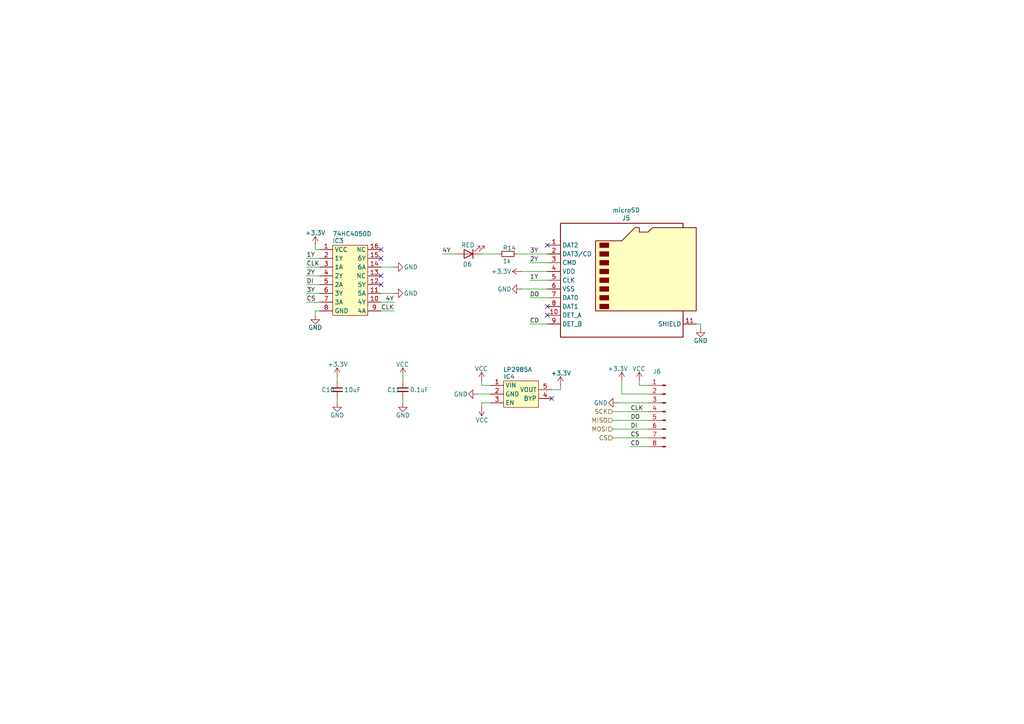
<source format=kicad_sch>
(kicad_sch (version 20231120) (generator "eeschema") (generator_version "8.0")
  (paper "A4")
  (lib_symbols
    (symbol "Connector:Conn_01x08_Pin" (pin_names (offset 1.016) hide)
      (property "Reference" "J" (at 0 10.16 0))
      (property "Value" "Conn_01x08_Pin" (at 0 -12.7 0))
      (symbol "Conn_01x08_Pin_1_1"
        (polyline (pts (xy 1.27 -10.16) (xy 0.8636 -10.16)) (stroke (width 0.1524)))
        (polyline (pts (xy 1.27 -7.62) (xy 0.8636 -7.62)) (stroke (width 0.1524)))
        (polyline (pts (xy 1.27 -5.08) (xy 0.8636 -5.08)) (stroke (width 0.1524)))
        (polyline (pts (xy 1.27 -2.54) (xy 0.8636 -2.54)) (stroke (width 0.1524)))
        (polyline (pts (xy 1.27 0) (xy 0.8636 0)) (stroke (width 0.1524)))
        (polyline (pts (xy 1.27 2.54) (xy 0.8636 2.54)) (stroke (width 0.1524)))
        (polyline (pts (xy 1.27 5.08) (xy 0.8636 5.08)) (stroke (width 0.1524)))
        (polyline (pts (xy 1.27 7.62) (xy 0.8636 7.62)) (stroke (width 0.1524)))
        (rectangle (start 0.8636 -10.033) (end 0 -10.287) (stroke (width 0.1524)) (fill (type outline)))
        (rectangle (start 0.8636 -7.493) (end 0 -7.747) (stroke (width 0.1524)) (fill (type outline)))
        (rectangle (start 0.8636 -4.953) (end 0 -5.207) (stroke (width 0.1524)) (fill (type outline)))
        (rectangle (start 0.8636 -2.413) (end 0 -2.667) (stroke (width 0.1524)) (fill (type outline)))
        (rectangle (start 0.8636 0.127) (end 0 -0.127) (stroke (width 0.1524)) (fill (type outline)))
        (rectangle (start 0.8636 2.667) (end 0 2.413) (stroke (width 0.1524)) (fill (type outline)))
        (rectangle (start 0.8636 5.207) (end 0 4.953) (stroke (width 0.1524)) (fill (type outline)))
        (rectangle (start 0.8636 7.747) (end 0 7.493) (stroke (width 0.1524)) (fill (type outline)))
        (pin passive line (at 5.08 7.62 180) (length 3.81) (name "Pin_1") (number "1"))
        (pin passive line (at 5.08 5.08 180) (length 3.81) (name "Pin_2") (number "2"))
        (pin passive line (at 5.08 2.54 180) (length 3.81) (name "Pin_3") (number "3"))
        (pin passive line (at 5.08 0 180) (length 3.81) (name "Pin_4") (number "4"))
        (pin passive line (at 5.08 -2.54 180) (length 3.81) (name "Pin_5") (number "5"))
        (pin passive line (at 5.08 -5.08 180) (length 3.81) (name "Pin_6") (number "6"))
        (pin passive line (at 5.08 -7.62 180) (length 3.81) (name "Pin_7") (number "7"))
        (pin passive line (at 5.08 -10.16 180) (length 3.81) (name "Pin_8") (number "8"))
      )
    )
    (symbol "Connector:Micro_SD_Card_Det2"
      (property "Reference" "J" (at -16.51 17.78 0))
      (property "Value" "Micro_SD_Card_Det2" (at 16.51 17.78 0))
      (symbol "Micro_SD_Card_Det2_0_1"
        (rectangle (start -7.62 -6.985) (end -5.08 -8.255) (stroke (width 0.254)) (fill (type outline)))
        (rectangle (start -7.62 -4.445) (end -5.08 -5.715) (stroke (width 0.254)) (fill (type outline)))
        (rectangle (start -7.62 -1.905) (end -5.08 -3.175) (stroke (width 0.254)) (fill (type outline)))
        (rectangle (start -7.62 0.635) (end -5.08 -0.635) (stroke (width 0.254)) (fill (type outline)))
        (rectangle (start -7.62 3.175) (end -5.08 1.905) (stroke (width 0.254)) (fill (type outline)))
        (rectangle (start -7.62 5.715) (end -5.08 4.445) (stroke (width 0.254)) (fill (type outline)))
        (rectangle (start -7.62 8.255) (end -5.08 6.985) (stroke (width 0.254)) (fill (type outline)))
        (rectangle (start -7.62 10.795) (end -5.08 9.525) (stroke (width 0.254)) (fill (type outline)))
        (polyline (pts (xy 16.51 15.24) (xy 16.51 16.51) (xy -19.05 16.51) (xy -19.05 -16.51) (xy 16.51 -16.51) (xy 16.51 -8.89)) (stroke (width 0.254)))
        (polyline (pts (xy -8.89 -8.89) (xy -8.89 11.43) (xy -1.27 11.43) (xy 2.54 15.24) (xy 3.81 15.24) (xy 3.81 13.97) (xy 6.35 13.97) (xy 7.62 15.24) (xy 20.32 15.24) (xy 20.32 -8.89) (xy -8.89 -8.89)) (stroke (width 0.254)) (fill (type background)))
      )
      (symbol "Micro_SD_Card_Det2_1_1"
        (pin bidirectional line (at -22.86 10.16 0) (length 3.81) (name "DAT2") (number "1"))
        (pin passive line (at -22.86 -10.16 0) (length 3.81) (name "DET_A") (number "10"))
        (pin passive line (at 20.32 -12.7 180) (length 3.81) (name "SHIELD") (number "11"))
        (pin bidirectional line (at -22.86 7.62 0) (length 3.81) (name "DAT3/CD") (number "2"))
        (pin input line (at -22.86 5.08 0) (length 3.81) (name "CMD") (number "3"))
        (pin power_in line (at -22.86 2.54 0) (length 3.81) (name "VDD") (number "4"))
        (pin input line (at -22.86 0 0) (length 3.81) (name "CLK") (number "5"))
        (pin power_in line (at -22.86 -2.54 0) (length 3.81) (name "VSS") (number "6"))
        (pin bidirectional line (at -22.86 -5.08 0) (length 3.81) (name "DAT0") (number "7"))
        (pin bidirectional line (at -22.86 -7.62 0) (length 3.81) (name "DAT1") (number "8"))
        (pin passive line (at -22.86 -12.7 0) (length 3.81) (name "DET_B") (number "9"))
      )
    )
    (symbol "Device:C_Small" (pin_numbers hide) (pin_names (offset 0.254) hide)
      (property "Reference" "C" (at 0.254 1.778 0))
      (property "Value" "C_Small" (at 0.254 -2.032 0))
      (symbol "C_Small_0_1"
        (polyline (pts (xy -1.524 -0.508) (xy 1.524 -0.508)) (stroke (width 0.3302)))
        (polyline (pts (xy -1.524 0.508) (xy 1.524 0.508)) (stroke (width 0.3048)))
      )
      (symbol "C_Small_1_1"
        (pin passive line (at 0 2.54 270) (length 2.032) (name "~") (number "1"))
        (pin passive line (at 0 -2.54 90) (length 2.032) (name "~") (number "2"))
      )
    )
    (symbol "Device:LED" (pin_numbers hide) (pin_names (offset 1.016) hide)
      (property "Reference" "D" (at 0 2.54 0))
      (property "Value" "LED" (at 0 -2.54 0))
      (symbol "LED_0_1"
        (polyline (pts (xy -1.27 -1.27) (xy -1.27 1.27)) (stroke (width 0.254)))
        (polyline (pts (xy -1.27 0) (xy 1.27 0)))
        (polyline (pts (xy 1.27 -1.27) (xy 1.27 1.27) (xy -1.27 0) (xy 1.27 -1.27)) (stroke (width 0.254)))
        (polyline (pts (xy -3.048 -0.762) (xy -4.572 -2.286) (xy -3.81 -2.286) (xy -4.572 -2.286) (xy -4.572 -1.524)))
        (polyline (pts (xy -1.778 -0.762) (xy -3.302 -2.286) (xy -2.54 -2.286) (xy -3.302 -2.286) (xy -3.302 -1.524)))
      )
      (symbol "LED_1_1"
        (pin passive line (at -3.81 0 0) (length 2.54) (name "K") (number "1"))
        (pin passive line (at 3.81 0 180) (length 2.54) (name "A") (number "2"))
      )
    )
    (symbol "Device:R_Small" (pin_numbers hide) (pin_names (offset 0.254) hide)
      (property "Reference" "R" (at 0.762 0.508 0))
      (property "Value" "R_Small" (at 0.762 -1.016 0))
      (symbol "R_Small_0_1"
        (rectangle (start -0.762 1.778) (end 0.762 -1.778) (stroke (width 0.2032)))
      )
      (symbol "R_Small_1_1"
        (pin passive line (at 0 2.54 270) (length 0.762) (name "~") (number "1"))
        (pin passive line (at 0 -2.54 90) (length 0.762) (name "~") (number "2"))
      )
    )
    (symbol "external_library:74HC4050D"
      (property "Reference" "IC" (at 1.27 21.59 0))
      (symbol "74HC4050D_1_1"
        (rectangle (start 0 20.32) (end 10.16 0) (fill (type background)))
        (pin power_in line (at -3.81 19.05 0) (length 3.81) (name "VCC") (number "1"))
        (pin output line (at 13.97 3.81 180) (length 3.81) (name "4Y") (number "10"))
        (pin input line (at 13.97 6.35 180) (length 3.81) (name "5A") (number "11"))
        (pin output line (at 13.97 8.89 180) (length 3.81) (name "5Y") (number "12"))
        (pin passive line (at 13.97 11.43 180) (length 3.81) (name "NC") (number "13"))
        (pin input line (at 13.97 13.97 180) (length 3.81) (name "6A") (number "14"))
        (pin output line (at 13.97 16.51 180) (length 3.81) (name "6Y") (number "15"))
        (pin passive line (at 13.97 19.05 180) (length 3.81) (name "NC") (number "16"))
        (pin output line (at -3.81 16.51 0) (length 3.81) (name "1Y") (number "2"))
        (pin input line (at -3.81 13.97 0) (length 3.81) (name "1A") (number "3"))
        (pin output line (at -3.81 11.43 0) (length 3.81) (name "2Y") (number "4"))
        (pin input line (at -3.81 8.89 0) (length 3.81) (name "2A") (number "5"))
        (pin output line (at -3.81 6.35 0) (length 3.81) (name "3Y") (number "6"))
        (pin input line (at -3.81 3.81 0) (length 3.81) (name "3A") (number "7"))
        (pin passive line (at -3.81 1.27 0) (length 3.81) (name "GND") (number "8"))
        (pin input line (at 13.97 1.27 180) (length 3.81) (name "4A") (number "9"))
      )
    )
    (symbol "external_library:LP2985A"
      (property "Reference" "IC" (at 1.016 8.89 0))
      (symbol "LP2985A_1_0"
        (pin passive line (at -3.81 6.35 0) (length 3.81) (name "VIN") (number "1"))
        (pin passive line (at -3.81 3.81 0) (length 3.81) (name "GND") (number "2"))
        (pin passive line (at -3.81 1.27 0) (length 3.81) (name "EN") (number "3"))
        (pin passive line (at 13.97 2.54 180) (length 3.81) (name "BYP") (number "4"))
        (pin passive line (at 13.97 5.08 180) (length 3.81) (name "VOUT") (number "5"))
      )
      (symbol "LP2985A_1_1"
        (rectangle (start 0 7.62) (end 10.16 0) (fill (type background)))
      )
    )
    (symbol "power:+3.3V" (power) (pin_numbers hide) (pin_names (offset 0) hide)
      (property "Value" "+3.3V" (at 0 3.556 0))
      (symbol "+3.3V_0_1"
        (polyline (pts (xy -0.762 1.27) (xy 0 2.54)))
        (polyline (pts (xy 0 0) (xy 0 2.54)))
        (polyline (pts (xy 0 2.54) (xy 0.762 1.27)))
      )
      (symbol "+3.3V_1_1"
        (pin power_in line (at 0 0 90) (length 0) (name "~") (number "1"))
      )
    )
    (symbol "power:GND" (power) (pin_numbers hide) (pin_names (offset 0) hide)
      (property "Value" "GND" (at 0 -3.81 0))
      (symbol "GND_0_1"
        (polyline (pts (xy 0 0) (xy 0 -1.27) (xy 1.27 -1.27) (xy 0 -2.54) (xy -1.27 -1.27) (xy 0 -1.27)))
      )
      (symbol "GND_1_1"
        (pin power_in line (at 0 0 270) (length 0) (name "~") (number "1"))
      )
    )
    (symbol "power:VCC" (power) (pin_numbers hide) (pin_names (offset 0) hide)
      (property "Value" "VCC" (at 0 3.556 0))
      (symbol "VCC_0_1"
        (polyline (pts (xy -0.762 1.27) (xy 0 2.54)))
        (polyline (pts (xy 0 0) (xy 0 2.54)))
        (polyline (pts (xy 0 2.54) (xy 0.762 1.27)))
      )
      (symbol "VCC_1_1"
        (pin power_in line (at 0 0 90) (length 0) (name "~") (number "1"))
      )
    )
  )
  (no_connect (at 160.02 115.57))
  (no_connect (at 158.75 71.12))
  (no_connect (at 110.49 82.55))
  (no_connect (at 110.49 72.39))
  (no_connect (at 110.49 74.93))
  (no_connect (at 110.49 80.01))
  (no_connect (at 158.75 91.44))
  (no_connect (at 158.75 88.9))
  (wire (pts (xy 162.56 111.76) (xy 162.56 113.03)))
  (wire (pts (xy 110.49 77.47) (xy 114.3 77.47)))
  (wire (pts (xy 110.49 87.63) (xy 114.3 87.63)))
  (wire (pts (xy 153.67 81.28) (xy 158.75 81.28)))
  (wire (pts (xy 138.43 114.3) (xy 142.24 114.3)))
  (wire (pts (xy 149.86 73.66) (xy 158.75 73.66)))
  (wire (pts (xy 88.9 77.47) (xy 92.71 77.47)))
  (wire (pts (xy 97.79 109.22) (xy 97.79 110.49)))
  (wire (pts (xy 153.67 76.2) (xy 158.75 76.2)))
  (wire (pts (xy 177.8 119.38) (xy 187.96 119.38)))
  (wire (pts (xy 110.49 90.17) (xy 114.3 90.17)))
  (wire (pts (xy 88.9 87.63) (xy 92.71 87.63)))
  (wire (pts (xy 185.42 111.76) (xy 187.96 111.76)))
  (wire (pts (xy 177.8 127) (xy 187.96 127)))
  (wire (pts (xy 158.75 83.82) (xy 153.67 83.82)) (stroke (width 0.1524)))
  (wire (pts (xy 88.9 82.55) (xy 92.71 82.55)))
  (wire (pts (xy 139.7 116.84) (xy 142.24 116.84)))
  (wire (pts (xy 128.27 73.66) (xy 132.08 73.66)) (stroke (width 0.1524)))
  (wire (pts (xy 182.88 121.92) (xy 187.96 121.92)) (stroke (width 0.1524)))
  (wire (pts (xy 116.84 109.22) (xy 116.84 110.49)))
  (wire (pts (xy 142.24 73.66) (xy 144.78 73.66)))
  (wire (pts (xy 91.44 90.17) (xy 91.44 91.44)))
  (wire (pts (xy 97.79 115.57) (xy 97.79 116.84)))
  (wire (pts (xy 91.44 90.17) (xy 92.71 90.17)))
  (wire (pts (xy 139.7 111.76) (xy 142.24 111.76)) (stroke (width 0.1524)))
  (wire (pts (xy 153.67 93.98) (xy 158.75 93.98)))
  (wire (pts (xy 139.7 118.11) (xy 139.7 116.84)))
  (wire (pts (xy 177.8 124.46) (xy 187.96 124.46)))
  (wire (pts (xy 153.67 86.36) (xy 158.75 86.36)) (stroke (width 0.1524)))
  (wire (pts (xy 139.7 110.49) (xy 139.7 111.76)) (stroke (width 0.1524)))
  (wire (pts (xy 151.13 83.82) (xy 153.67 83.82)))
  (wire (pts (xy 116.84 115.57) (xy 116.84 116.84)))
  (wire (pts (xy 91.44 72.39) (xy 92.71 72.39)))
  (wire (pts (xy 88.9 80.01) (xy 92.71 80.01)))
  (wire (pts (xy 179.07 116.84) (xy 187.96 116.84)))
  (wire (pts (xy 180.34 114.3) (xy 180.34 110.49)))
  (wire (pts (xy 203.2 93.98) (xy 203.2 95.25)))
  (wire (pts (xy 180.34 114.3) (xy 187.96 114.3)))
  (wire (pts (xy 185.42 110.49) (xy 185.42 111.76)))
  (wire (pts (xy 182.88 129.54) (xy 187.96 129.54)))
  (wire (pts (xy 162.56 113.03) (xy 160.02 113.03)))
  (wire (pts (xy 88.9 74.93) (xy 92.71 74.93)))
  (wire (pts (xy 177.8 121.92) (xy 182.88 121.92)))
  (wire (pts (xy 139.7 73.66) (xy 142.24 73.66)) (stroke (width 0.1524)))
  (wire (pts (xy 88.9 85.09) (xy 92.71 85.09)))
  (wire (pts (xy 110.49 85.09) (xy 114.3 85.09)))
  (wire (pts (xy 151.13 78.74) (xy 158.75 78.74)) (stroke (width 0.1524)))
  (wire (pts (xy 91.44 71.12) (xy 91.44 72.39)))
  (wire (pts (xy 201.93 93.98) (xy 203.2 93.98)))
  (label "2Y" (at 153.67 76.2 0))
  (label "CLK" (at 182.88 119.38 0) (effects (font (size 1.2446 1.2446))))
  (label "1Y" (at 153.67 81.28 0))
  (label "DI" (at 182.88 124.46 0) (effects (font (size 1.2446 1.2446))))
  (label "CLK" (at 88.9 77.47 0))
  (label "CS" (at 88.9 87.63 0))
  (label "CS" (at 182.88 127 0) (effects (font (size 1.2446 1.2446))))
  (label "2Y" (at 88.9 80.01 0))
  (label "DI" (at 88.9 82.55 0))
  (label "DO" (at 182.88 121.92 0) (effects (font (size 1.2446 1.2446))))
  (label "4Y" (at 114.3 87.63 180))
  (label "DO" (at 153.67 86.36 0) (effects (font (size 1.2446 1.2446))))
  (label "3Y" (at 153.67 73.66 0))
  (label "1Y" (at 88.9 74.93 0))
  (label "3Y" (at 88.9 85.09 0))
  (label "4Y" (at 128.27 73.66 0))
  (label "CD" (at 182.88 129.54 0) (effects (font (size 1.2446 1.2446))))
  (label "CLK" (at 114.3 90.17 180))
  (label "CD" (at 153.67 93.98 0) (effects (font (size 1.2446 1.2446))))
  (hierarchical_label "MISO" (shape input) (at 177.8 121.92 180))
  (hierarchical_label "CS" (shape input) (at 177.8 127 180))
  (hierarchical_label "SCK" (shape input) (at 177.8 119.38 180))
  (hierarchical_label "MOSI" (shape input) (at 177.8 124.46 180))
  (symbol (lib_id "power:GND") (at 138.43 114.3 270) (unit 1)
    (property "Reference" "#SUPPLY02" (effects (hide yes)))
    (property "Value" "GND" (at 131.572 115.062 90) (effects (justify left bottom)))
    (property "Description" "Power symbol creates a global label with name \"GND\" , ground" (effects (hide yes)))
  )
  (symbol (lib_id "power:+3.3V") (at 97.79 109.22 0) (unit 1)
    (property "Reference" "#+3V01" (effects (hide yes)))
    (property "Value" "+3.3V" (at 94.996 106.426 0) (effects (justify left bottom)))
    (property "Description" "Power symbol creates a global label with name \"+3.3V\"" (effects (hide yes)))
  )
  (symbol (lib_id "power:+3.3V") (at 180.34 110.49 0) (mirror y) (unit 1)
    (property "Reference" "#+3V02" (effects (hide yes)))
    (property "Value" "+3.3V" (at 182.118 107.696 0) (effects (justify left bottom)))
    (property "Description" "Power symbol creates a global label with name \"+3.3V\"" (effects (hide yes)))
  )
  (symbol (lib_id "power:VCC") (at 139.7 110.49 0) (unit 1)
    (property "Reference" "#P+06" (effects (hide yes)))
    (property "Value" "VCC" (at 137.668 107.696 0) (effects (justify left bottom)))
    (property "Description" "Power symbol creates a global label with name \"VCC\"" (effects (hide yes)))
  )
  (symbol (lib_id "power:GND") (at 114.3 85.09 90) (unit 1)
    (property "Reference" "#PWR04" (effects (hide yes)))
    (property "Value" "GND" (at 117.094 85.09 90) (effects (justify right)))
    (property "Description" "Power symbol creates a global label with name \"GND\" , ground" (effects (hide yes)))
  )
  (symbol (lib_id "external_library:74HC4050D") (at 96.52 91.44 0) (unit 1)
    (property "Reference" "IC3" (at 98.044 69.85 0))
    (property "Value" "74HC4050D" (at 102.108 67.818 0))
    (property "Footprint" "Package_SO:SOIC-16_3.9x9.9mm_P1.27mm" (effects (hide yes)))
    (property "Description" "IC BUFFER NON-INVERT 6V 16SOIC" (effects (hide yes)))
    (property "Manufacturer" "Toshiba Semiconductor and Storage" (effects (hide yes)))
    (property "MPN" "74HC4050D" (effects (hide yes)))
    (property "Supplier" "DigiKey" (effects (hide yes)))
    (property "SPN" "74HC4050DCT-ND" (effects (hide yes)))
    (property "Component package type" "16-SOIC" (effects (hide yes)))
  )
  (symbol (lib_id "power:VCC") (at 139.7 118.11 180) (unit 1)
    (property "Reference" "#P+08" (effects (hide yes)))
    (property "Value" "VCC" (at 141.732 121.158 0) (effects (justify left bottom)))
    (property "Description" "Power symbol creates a global label with name \"VCC\"" (effects (hide yes)))
  )
  (symbol (lib_id "power:VCC") (at 116.84 109.22 0) (unit 1)
    (property "Reference" "#P+05" (effects (hide yes)))
    (property "Value" "VCC" (at 114.808 106.426 0) (effects (justify left bottom)))
    (property "Description" "Power symbol creates a global label with name \"VCC\"" (effects (hide yes)))
  )
  (symbol (lib_id "Device:LED") (at 135.89 73.66 180) (unit 1)
    (property "Reference" "D6" (at 136.906 75.946 0) (effects (justify left bottom)))
    (property "Value" "RED" (at 137.668 70.358 0) (effects (justify left bottom)))
    (property "Footprint" "LED_SMD:LED_0805_2012Metric" (effects (hide yes)))
    (property "Description" "LED RED CLEAR 0805 SMD" (effects (hide yes)))
    (property "Manufacturer" "Würth Elektronik" (effects (hide yes)))
    (property "MPN" "150080SS75000" (effects (hide yes)))
    (property "Supplier" "DigiKey" (effects (hide yes)))
    (property "SPN" "732-4985-1-ND" (effects (hide yes)))
    (property "Component package type" "0805" (effects (hide yes)))
  )
  (symbol (lib_id "Device:R_Small") (at 147.32 73.66 270) (unit 1)
    (property "Reference" "R14" (at 145.796 72.644 90) (effects (justify left bottom)))
    (property "Value" "1k" (at 145.796 76.454 90) (effects (justify left bottom)))
    (property "Footprint" "Resistor_SMD:R_0805_2012Metric" (effects (hide yes)))
    (property "Description" "SMD Chip Resistor, 1 kohm, ± 1%, 125 mW, 0805 [2012 Metric], Thick Film, General Purpose" (effects (hide yes)))
    (property "Manufacturer" "/" (effects (hide yes)))
    (property "MPN" "/" (effects (hide yes)))
    (property "Supplier" "Eurocircuits" (effects (hide yes)))
    (property "SPN" "GPR08051K" (effects (hide yes)))
    (property "Component package type" "R_0805" (effects (hide yes)))
  )
  (symbol (lib_id "power:GND") (at 151.13 83.82 270) (unit 1)
    (property "Reference" "#SUPPLY01" (effects (hide yes)))
    (property "Value" "GND" (at 144.272 84.582 90) (effects (justify left bottom)))
    (property "Description" "Power symbol creates a global label with name \"GND\" , ground" (effects (hide yes)))
  )
  (symbol (lib_id "power:+3.3V") (at 162.56 111.76 0) (unit 1)
    (property "Reference" "#+3V03" (effects (hide yes)))
    (property "Value" "+3.3V" (at 159.766 108.966 0) (effects (justify left bottom)))
    (property "Description" "Power symbol creates a global label with name \"+3.3V\"" (effects (hide yes)))
  )
  (symbol (lib_id "power:+3.3V") (at 151.13 78.74 90) (unit 1)
    (property "Reference" "#PWR03" (effects (hide yes)))
    (property "Value" "+3.3V" (at 148.336 78.74 90) (effects (justify left)))
    (property "Description" "Power symbol creates a global label with name \"+3.3V\"" (effects (hide yes)))
  )
  (symbol (lib_id "Device:C_Small") (at 116.84 113.03 0) (unit 1)
    (property "Reference" "C11" (at 112.268 113.792 0) (effects (justify left bottom)))
    (property "Value" "0.1uF" (at 118.872 113.792 0) (effects (justify left bottom)))
    (property "Footprint" "Capacitor_SMD:C_0805_2012Metric" (effects (hide yes)))
    (property "Description" "0.1 µF ±10% 100V Ceramic Capacitor X7R 0805 (2012 Metric)" (effects (hide yes)))
    (property "Manufacturer" "/" (effects (hide yes)))
    (property "MPN" "/" (effects (hide yes)))
    (property "Supplier" "Eurocircuits" (effects (hide yes)))
    (property "SPN" "GPC0805104-100" (effects (hide yes)))
    (property "Component package type" "0805" (effects (hide yes)))
  )
  (symbol (lib_id "Connector:Micro_SD_Card_Det2") (at 181.61 81.28 0) (unit 1)
    (property "Reference" "J5" (at 181.61 63.246 0))
    (property "Value" "microSD" (at 181.61 60.96 0))
    (property "Footprint" "external_footprints:GCT_MEM2061-01-188-00-A_REVA" (effects (hide yes)))
    (property "Datasheet" "https://www.hirose.com/en/product/document?clcode=&productname=&series=DM3&documenttype=Catalog&lang=en&documentid=D49662_en" (effects (hide yes)))
    (property "Description" "MICRO SD PUSH PUSH, CLOSED, SMT," (effects (hide yes)))
    (property "Manufacturer" "GCT" (effects (hide yes)))
    (property "MPN" "MEM2061-01-188-00-A" (effects (hide yes)))
    (property "Supplier" "DigiKey" (effects (hide yes)))
    (property "SPN" "2073-MEM2061-01-188-00-ACT-ND" (effects (hide yes)))
    (property "Component package type" "/" (effects (hide yes)))
  )
  (symbol (lib_id "power:+3.3V") (at 91.44 71.12 0) (unit 1)
    (property "Reference" "#PWR01" (effects (hide yes)))
    (property "Value" "+3.3V" (at 91.44 67.564 0))
    (property "Description" "Power symbol creates a global label with name \"+3.3V\"" (effects (hide yes)))
  )
  (symbol (lib_id "Device:C_Small") (at 97.79 113.03 0) (unit 1)
    (property "Reference" "C10" (at 93.218 113.792 0) (effects (justify left bottom)))
    (property "Value" "10uF" (at 99.822 113.792 0) (effects (justify left bottom)))
    (property "Footprint" "Capacitor_SMD:C_0805_2012Metric" (effects (hide yes)))
    (property "Description" "10 µF ±10% 10V Ceramic Capacitor X7R 0805 (2012 Metric)" (effects (hide yes)))
    (property "Manufacturer" "/" (effects (hide yes)))
    (property "MPN" "/" (effects (hide yes)))
    (property "Supplier" "Eurocircuits" (effects (hide yes)))
    (property "SPN" "GPC0805106" (effects (hide yes)))
    (property "Component package type" "0805" (effects (hide yes)))
  )
  (symbol (lib_id "power:GND") (at 179.07 116.84 270) (unit 1)
    (property "Reference" "#SUPPLY05" (effects (hide yes)))
    (property "Value" "GND" (at 172.212 117.602 90) (effects (justify left bottom)))
    (property "Description" "Power symbol creates a global label with name \"GND\" , ground" (effects (hide yes)))
  )
  (symbol (lib_id "power:GND") (at 97.79 116.84 0) (unit 1)
    (property "Reference" "#SUPPLY03" (effects (hide yes)))
    (property "Value" "GND" (at 95.758 121.158 0) (effects (justify left bottom)))
    (property "Description" "Power symbol creates a global label with name \"GND\" , ground" (effects (hide yes)))
  )
  (symbol (lib_id "power:GND") (at 114.3 77.47 90) (unit 1)
    (property "Reference" "#PWR02" (effects (hide yes)))
    (property "Value" "GND" (at 117.094 77.47 90) (effects (justify right)))
    (property "Description" "Power symbol creates a global label with name \"GND\" , ground" (effects (hide yes)))
  )
  (symbol (lib_id "Connector:Conn_01x08_Pin") (at 193.04 119.38 0) (mirror y) (unit 1)
    (property "Reference" "J6" (at 191.77 108.458 0) (effects (justify left bottom)))
    (property "Footprint" "Connector_PinHeader_2.54mm:PinHeader_1x08_P2.54mm_Vertical" (effects (hide yes)))
    (property "Description" "CONN HEADER VERT 8POS 2.54MM" (effects (hide yes)))
    (property "Manufacturer" "Samtec Inc." (effects (hide yes)))
    (property "MPN" "TSW-108-23-G-S" (effects (hide yes)))
    (property "Supplier" "DigiKey" (effects (hide yes)))
    (property "SPN" "612-TSW-108-23-G-S-ND" (effects (hide yes)))
    (property "Component package type" "/" (effects (hide yes)))
  )
  (symbol (lib_id "power:VCC") (at 185.42 110.49 0) (unit 1)
    (property "Reference" "#P+07" (effects (hide yes)))
    (property "Value" "VCC" (at 183.388 107.696 0) (effects (justify left bottom)))
    (property "Description" "Power symbol creates a global label with name \"VCC\"" (effects (hide yes)))
  )
  (symbol (lib_id "power:GND") (at 91.44 91.44 0) (unit 1)
    (property "Reference" "#PWR05" (effects (hide yes)))
    (property "Value" "GND" (at 93.472 94.996 0) (effects (justify right)))
    (property "Description" "Power symbol creates a global label with name \"GND\" , ground" (effects (hide yes)))
  )
  (symbol (lib_id "external_library:LP2985A") (at 146.05 118.11 0) (unit 1)
    (property "Reference" "IC4" (at 146.05 109.982 0) (effects (justify left bottom)))
    (property "Value" "LP2985A" (at 150.114 107.188 0))
    (property "Footprint" "Package_TO_SOT_SMD:SOT-23-5" (effects (hide yes)))
    (property "Description" "IC REG LINEAR 3.3V 150MA SOT23-5" (effects (hide yes)))
    (property "Manufacturer" "Texas Instruments" (effects (hide yes)))
    (property "MPN" "LP2985A-33DBVR" (effects (hide yes)))
    (property "Supplier" "DigiKey" (effects (hide yes)))
    (property "SPN" "296-18479-1-ND" (effects (hide yes)))
    (property "Component package type" "SOT-23-5" (effects (hide yes)))
  )
  (symbol (lib_id "power:GND") (at 203.2 95.25 0) (unit 1)
    (property "Reference" "#PWR06" (effects (hide yes)))
    (property "Value" "GND" (at 203.2 98.806 0))
    (property "Description" "Power symbol creates a global label with name \"GND\" , ground" (effects (hide yes)))
  )
  (symbol (lib_id "power:GND") (at 116.84 116.84 0) (unit 1)
    (property "Reference" "#SUPPLY04" (effects (hide yes)))
    (property "Value" "GND" (at 114.808 121.158 0) (effects (justify left bottom)))
    (property "Description" "Power symbol creates a global label with name \"GND\" , ground" (effects (hide yes)))
  )
)
</source>
